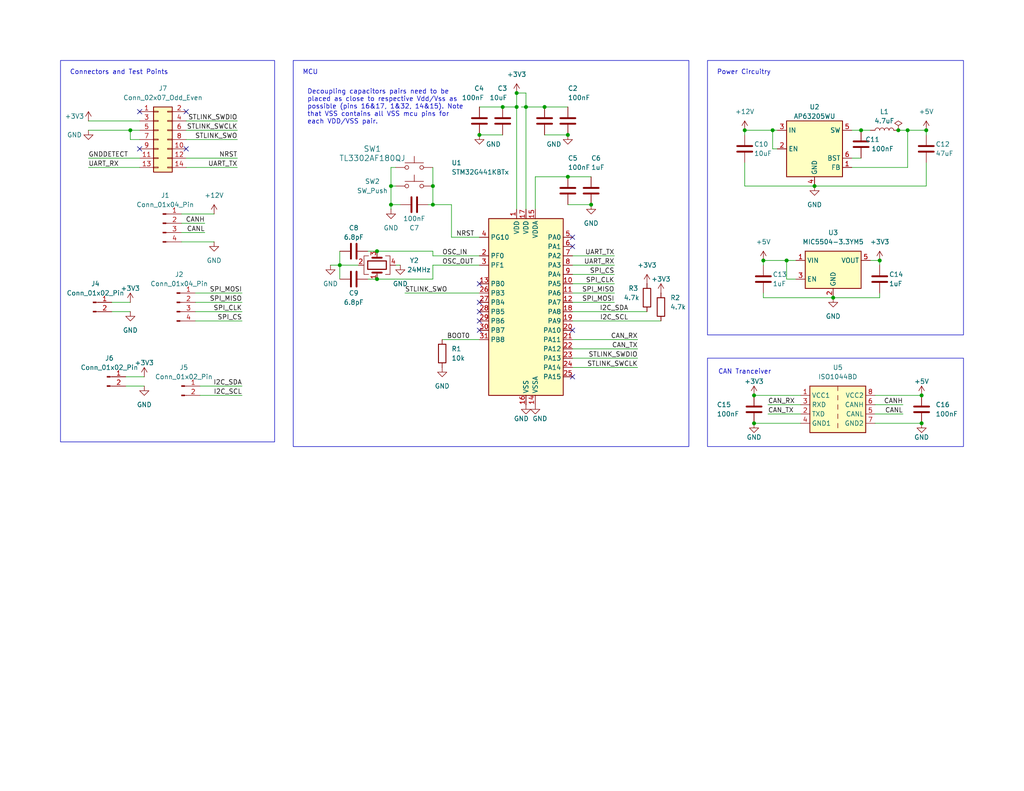
<source format=kicad_sch>
(kicad_sch (version 20250114) (generator "eeschema") (generator_version "9.0")
  (paper "A")
  (title_block (title "stm32-test") (date "2025-08-20") (rev "1.0") (company "Formula Slug"))
  (lib_symbols
    (symbol "Connector:Conn_01x02_Pin" (pin_names (offset 1.016) (hide yes))
      (property "Reference" "J" (at 0 2.54 0))
      (property "Value" "Conn_01x02_Pin" (at 0 -5.08 0))
      (symbol "Conn_01x02_Pin_1_1"
        (rectangle (start 0.8636 0.127) (end 0 -0.127) (stroke (width 0.1524)) (fill (type outline)))
        (rectangle (start 0.8636 -2.413) (end 0 -2.667) (stroke (width 0.1524)) (fill (type outline)))
        (polyline (pts (xy 1.27 0) (xy 0.8636 0)) (stroke (width 0.1524)))
        (polyline (pts (xy 1.27 -2.54) (xy 0.8636 -2.54)) (stroke (width 0.1524)))
        (pin passive line (at 5.08 0 180) (length 3.81) (name "Pin_1") (number "1"))
        (pin passive line (at 5.08 -2.54 180) (length 3.81) (name "Pin_2") (number "2"))
      )
    )
    (symbol "Connector:Conn_01x04_Pin" (pin_names (offset 1.016) (hide yes))
      (property "Reference" "J" (at 0 5.08 0))
      (property "Value" "Conn_01x04_Pin" (at 0 -7.62 0))
      (symbol "Conn_01x04_Pin_1_1"
        (rectangle (start 0.8636 2.667) (end 0 2.413) (stroke (width 0.1524)) (fill (type outline)))
        (rectangle (start 0.8636 0.127) (end 0 -0.127) (stroke (width 0.1524)) (fill (type outline)))
        (rectangle (start 0.8636 -2.413) (end 0 -2.667) (stroke (width 0.1524)) (fill (type outline)))
        (rectangle (start 0.8636 -4.953) (end 0 -5.207) (stroke (width 0.1524)) (fill (type outline)))
        (polyline (pts (xy 1.27 2.54) (xy 0.8636 2.54)) (stroke (width 0.1524)))
        (polyline (pts (xy 1.27 0) (xy 0.8636 0)) (stroke (width 0.1524)))
        (polyline (pts (xy 1.27 -2.54) (xy 0.8636 -2.54)) (stroke (width 0.1524)))
        (polyline (pts (xy 1.27 -5.08) (xy 0.8636 -5.08)) (stroke (width 0.1524)))
        (pin passive line (at 5.08 2.54 180) (length 3.81) (name "Pin_1") (number "1"))
        (pin passive line (at 5.08 0 180) (length 3.81) (name "Pin_2") (number "2"))
        (pin passive line (at 5.08 -2.54 180) (length 3.81) (name "Pin_3") (number "3"))
        (pin passive line (at 5.08 -5.08 180) (length 3.81) (name "Pin_4") (number "4"))
      )
    )
    (symbol "Connector_Generic:Conn_02x07_Odd_Even" (pin_names (offset 1.016) (hide yes))
      (property "Reference" "J" (at 1.27 10.16 0))
      (property "Value" "Conn_02x07_Odd_Even" (at 1.27 -10.16 0))
      (symbol "Conn_02x07_Odd_Even_1_1"
        (rectangle (start -1.27 8.89) (end 3.81 -8.89) (stroke (width 0.254)) (fill (type background)))
        (rectangle (start -1.27 7.747) (end 0 7.493) (stroke (width 0.1524)))
        (rectangle (start -1.27 5.207) (end 0 4.953) (stroke (width 0.1524)))
        (rectangle (start -1.27 2.667) (end 0 2.413) (stroke (width 0.1524)))
        (rectangle (start -1.27 0.127) (end 0 -0.127) (stroke (width 0.1524)))
        (rectangle (start -1.27 -2.413) (end 0 -2.667) (stroke (width 0.1524)))
        (rectangle (start -1.27 -4.953) (end 0 -5.207) (stroke (width 0.1524)))
        (rectangle (start -1.27 -7.493) (end 0 -7.747) (stroke (width 0.1524)))
        (rectangle (start 3.81 7.747) (end 2.54 7.493) (stroke (width 0.1524)))
        (rectangle (start 3.81 5.207) (end 2.54 4.953) (stroke (width 0.1524)))
        (rectangle (start 3.81 2.667) (end 2.54 2.413) (stroke (width 0.1524)))
        (rectangle (start 3.81 0.127) (end 2.54 -0.127) (stroke (width 0.1524)))
        (rectangle (start 3.81 -2.413) (end 2.54 -2.667) (stroke (width 0.1524)))
        (rectangle (start 3.81 -4.953) (end 2.54 -5.207) (stroke (width 0.1524)))
        (rectangle (start 3.81 -7.493) (end 2.54 -7.747) (stroke (width 0.1524)))
        (pin passive line (at -5.08 7.62 0) (length 3.81) (name "Pin_1") (number "1"))
        (pin passive line (at -5.08 5.08 0) (length 3.81) (name "Pin_3") (number "3"))
        (pin passive line (at -5.08 2.54 0) (length 3.81) (name "Pin_5") (number "5"))
        (pin passive line (at -5.08 0 0) (length 3.81) (name "Pin_7") (number "7"))
        (pin passive line (at -5.08 -2.54 0) (length 3.81) (name "Pin_9") (number "9"))
        (pin passive line (at -5.08 -5.08 0) (length 3.81) (name "Pin_11") (number "11"))
        (pin passive line (at -5.08 -7.62 0) (length 3.81) (name "Pin_13") (number "13"))
        (pin passive line (at 7.62 7.62 180) (length 3.81) (name "Pin_2") (number "2"))
        (pin passive line (at 7.62 5.08 180) (length 3.81) (name "Pin_4") (number "4"))
        (pin passive line (at 7.62 2.54 180) (length 3.81) (name "Pin_6") (number "6"))
        (pin passive line (at 7.62 0 180) (length 3.81) (name "Pin_8") (number "8"))
        (pin passive line (at 7.62 -2.54 180) (length 3.81) (name "Pin_10") (number "10"))
        (pin passive line (at 7.62 -5.08 180) (length 3.81) (name "Pin_12") (number "12"))
        (pin passive line (at 7.62 -7.62 180) (length 3.81) (name "Pin_14") (number "14"))
      )
    )
    (symbol "Device:C" (pin_numbers (hide yes)) (pin_names (offset 0.254))
      (property "Reference" "C" (at 0.635 2.54 0))
      (property "Value" "C" (at 0.635 -2.54 0))
      (symbol "C_0_1"
        (polyline (pts (xy -2.032 0.762) (xy 2.032 0.762)) (stroke (width 0.508)))
        (polyline (pts (xy -2.032 -0.762) (xy 2.032 -0.762)) (stroke (width 0.508)))
      )
      (symbol "C_1_1"
        (pin passive line (at 0 3.81 270) (length 2.794) (name "~") (number "1"))
        (pin passive line (at 0 -3.81 90) (length 2.794) (name "~") (number "2"))
      )
    )
    (symbol "Device:Crystal_GND24" (pin_names (offset 1.016) (hide yes))
      (property "Reference" "Y" (at 3.175 5.08 0))
      (property "Value" "Crystal_GND24" (at 3.175 3.175 0))
      (symbol "Crystal_GND24_0_1"
        (polyline (pts (xy -2.54 2.286) (xy -2.54 3.556) (xy 2.54 3.556) (xy 2.54 2.286)))
        (polyline (pts (xy -2.54 0) (xy -2.032 0)))
        (polyline (pts (xy -2.54 -2.286) (xy -2.54 -3.556) (xy 2.54 -3.556) (xy 2.54 -2.286)))
        (polyline (pts (xy -2.032 -1.27) (xy -2.032 1.27)) (stroke (width 0.508)))
        (rectangle (start -1.143 2.54) (end 1.143 -2.54) (stroke (width 0.3048)))
        (polyline (pts (xy 0 3.556) (xy 0 3.81)))
        (polyline (pts (xy 0 -3.81) (xy 0 -3.556)))
        (polyline (pts (xy 2.032 0) (xy 2.54 0)))
        (polyline (pts (xy 2.032 -1.27) (xy 2.032 1.27)) (stroke (width 0.508)))
      )
      (symbol "Crystal_GND24_1_1"
        (pin passive line (at -3.81 0 0) (length 1.27) (name "1") (number "1"))
        (pin passive line (at 0 5.08 270) (length 1.27) (name "2") (number "2"))
        (pin passive line (at 0 -5.08 90) (length 1.27) (name "4") (number "4"))
        (pin passive line (at 3.81 0 180) (length 1.27) (name "3") (number "3"))
      )
    )
    (symbol "Device:L" (pin_numbers (hide yes)) (pin_names (offset 1.016) (hide yes))
      (property "Reference" "L" (at -1.27 0 90))
      (property "Value" "L" (at 1.905 0 90))
      (symbol "L_0_1"
        (arc (start 0 2.54) (mid 0.6323 1.905) (end 0 1.27))
        (arc (start 0 1.27) (mid 0.6323 0.635) (end 0 0))
        (arc (start 0 0) (mid 0.6323 -0.635) (end 0 -1.27))
        (arc (start 0 -1.27) (mid 0.6323 -1.905) (end 0 -2.54))
      )
      (symbol "L_1_1"
        (pin passive line (at 0 3.81 270) (length 1.27) (name "1") (number "1"))
        (pin passive line (at 0 -3.81 90) (length 1.27) (name "2") (number "2"))
      )
    )
    (symbol "Device:R" (pin_numbers (hide yes)) (pin_names (offset 0))
      (property "Reference" "R" (at 2.032 0 90))
      (property "Value" "R" (at 0 0 90))
      (symbol "R_0_1"
        (rectangle (start -1.016 -2.54) (end 1.016 2.54) (stroke (width 0.254)))
      )
      (symbol "R_1_1"
        (pin passive line (at 0 3.81 270) (length 1.27) (name "~") (number "1"))
        (pin passive line (at 0 -3.81 90) (length 1.27) (name "~") (number "2"))
      )
    )
    (symbol "Interface_CAN_LIN:ISO1044BD"
      (property "Reference" "U" (at -6.35 6.35 0))
      (property "Value" "ISO1044BD" (at 2.54 6.35 0))
      (symbol "ISO1044BD_0_1"
        (rectangle (start -7.62 5.08) (end 7.62 -7.62) (stroke (width 0.254)) (fill (type background)))
        (polyline (pts (xy 0 5.08) (xy 0 3.81)))
        (polyline (pts (xy 0 2.54) (xy 0 1.27)))
        (polyline (pts (xy 0 0) (xy 0 -1.27)))
        (polyline (pts (xy 0 -2.54) (xy 0 -3.81)))
        (polyline (pts (xy 0 -5.08) (xy 0 -6.35)))
      )
      (symbol "ISO1044BD_1_1"
        (pin power_in line (at -10.16 2.54 0) (length 2.54) (name "VCC1") (number "1"))
        (pin output line (at -10.16 0 0) (length 2.54) (name "RXD") (number "3"))
        (pin input line (at -10.16 -2.54 0) (length 2.54) (name "TXD") (number "2"))
        (pin power_in line (at -10.16 -5.08 0) (length 2.54) (name "GND1") (number "4"))
        (pin power_in line (at 10.16 2.54 180) (length 2.54) (name "VCC2") (number "8"))
        (pin bidirectional line (at 10.16 0 180) (length 2.54) (name "CANH") (number "6"))
        (pin bidirectional line (at 10.16 -2.54 180) (length 2.54) (name "CANL") (number "5"))
        (pin power_in line (at 10.16 -5.08 180) (length 2.54) (name "GND2") (number "7"))
      )
    )
    (symbol "MCU_ST_STM32G4:STM32G441KBTx"
      (property "Reference" "U" (at -10.16 26.67 0))
      (property "Value" "STM32G441KBTx" (at 5.08 26.67 0))
      (symbol "STM32G441KBTx_0_1"
        (rectangle (start -10.16 -22.86) (end 10.16 25.4) (stroke (width 0.254)) (fill (type background)))
      )
      (symbol "STM32G441KBTx_1_1"
        (pin bidirectional line (at -12.7 20.32 0) (length 2.54) (name "PG10") (number "4"))
        (pin bidirectional line (at -12.7 15.24 0) (length 2.54) (name "PF0") (number "2"))
        (pin bidirectional line (at -12.7 12.7 0) (length 2.54) (name "PF1") (number "3"))
        (pin bidirectional line (at -12.7 7.62 0) (length 2.54) (name "PB0") (number "13"))
        (pin bidirectional line (at -12.7 5.08 0) (length 2.54) (name "PB3") (number "26"))
        (pin bidirectional line (at -12.7 2.54 0) (length 2.54) (name "PB4") (number "27"))
        (pin bidirectional line (at -12.7 0 0) (length 2.54) (name "PB5") (number "28"))
        (pin bidirectional line (at -12.7 -2.54 0) (length 2.54) (name "PB6") (number "29"))
        (pin bidirectional line (at -12.7 -5.08 0) (length 2.54) (name "PB7") (number "30"))
        (pin bidirectional line (at -12.7 -7.62 0) (length 2.54) (name "PB8") (number "31"))
        (pin power_in line (at -2.54 27.94 270) (length 2.54) (name "VDD") (number "1"))
        (pin power_in line (at 0 27.94 270) (length 2.54) (name "VDD") (number "17"))
        (pin power_in line (at 0 -25.4 90) (length 2.54) (name "VSS") (number "16"))
        (pin passive line (at 0 -25.4 90) (length 2.54) (hide yes) (name "VSS") (number "32"))
        (pin power_in line (at 2.54 27.94 270) (length 2.54) (name "VDDA") (number "15"))
        (pin power_in line (at 2.54 -25.4 90) (length 2.54) (name "VSSA") (number "14"))
        (pin bidirectional line (at 12.7 20.32 180) (length 2.54) (name "PA0") (number "5"))
        (pin bidirectional line (at 12.7 17.78 180) (length 2.54) (name "PA1") (number "6"))
        (pin bidirectional line (at 12.7 15.24 180) (length 2.54) (name "PA2") (number "7"))
        (pin bidirectional line (at 12.7 12.7 180) (length 2.54) (name "PA3") (number "8"))
        (pin bidirectional line (at 12.7 10.16 180) (length 2.54) (name "PA4") (number "9"))
        (pin bidirectional line (at 12.7 7.62 180) (length 2.54) (name "PA5") (number "10"))
        (pin bidirectional line (at 12.7 5.08 180) (length 2.54) (name "PA6") (number "11"))
        (pin bidirectional line (at 12.7 2.54 180) (length 2.54) (name "PA7") (number "12"))
        (pin bidirectional line (at 12.7 0 180) (length 2.54) (name "PA8") (number "18"))
        (pin bidirectional line (at 12.7 -2.54 180) (length 2.54) (name "PA9") (number "19"))
        (pin bidirectional line (at 12.7 -5.08 180) (length 2.54) (name "PA10") (number "20"))
        (pin bidirectional line (at 12.7 -7.62 180) (length 2.54) (name "PA11") (number "21"))
        (pin bidirectional line (at 12.7 -10.16 180) (length 2.54) (name "PA12") (number "22"))
        (pin bidirectional line (at 12.7 -12.7 180) (length 2.54) (name "PA13") (number "23"))
        (pin bidirectional line (at 12.7 -15.24 180) (length 2.54) (name "PA14") (number "24"))
        (pin bidirectional line (at 12.7 -17.78 180) (length 2.54) (name "PA15") (number "25"))
      )
    )
    (symbol "Regulator_Linear:MIC5504-3.3YM5"
      (property "Reference" "U" (at -7.62 8.89 0))
      (property "Value" "MIC5504-3.3YM5" (at -7.62 6.35 0))
      (symbol "MIC5504-3.3YM5_0_1"
        (rectangle (start -7.62 -5.08) (end 7.62 5.08) (stroke (width 0.254)) (fill (type background)))
      )
      (symbol "MIC5504-3.3YM5_1_1"
        (pin power_in line (at -10.16 2.54 0) (length 2.54) (name "VIN") (number "1"))
        (pin input line (at -10.16 -2.54 0) (length 2.54) (name "EN") (number "3"))
        (pin power_in line (at 0 -7.62 90) (length 2.54) (name "GND") (number "2"))
        (pin no_connect line (at 7.62 -2.54 180) (length 2.54) (hide yes) (name "NC") (number "4"))
        (pin power_out line (at 10.16 2.54 180) (length 2.54) (name "VOUT") (number "5"))
      )
    )
    (symbol "Regulator_Switching:AP63205WU"
      (property "Reference" "U1" (at 0 13.97 0))
      (property "Value" "AP63205WU" (at 0 11.43 0))
      (symbol "AP63205WU_0_1"
        (rectangle (start -7.62 10.16) (end 7.62 -5.08) (stroke (width 0.254)) (fill (type background)))
      )
      (symbol "AP63205WU_1_1"
        (pin power_in line (at -10.16 7.62 0) (length 2.54) (name "IN") (number "3"))
        (pin input line (at -10.16 2.54 0) (length 2.54) (name "EN") (number "2"))
        (pin power_in line (at 0 -7.62 90) (length 2.54) (name "GND") (number "4"))
        (pin output line (at 10.16 7.62 180) (length 2.54) (name "SW") (number "5"))
        (pin passive line (at 10.16 0 180) (length 2.54) (name "BST") (number "6"))
        (pin input line (at 10.16 -2.54 180) (length 2.54) (name "FB") (number "1"))
      )
    )
    (symbol "Switch:SW_Push" (pin_numbers (hide yes)) (pin_names (offset 1.016) (hide yes))
      (property "Reference" "SW" (at 1.27 2.54 0))
      (property "Value" "SW_Push" (at 0 -1.524 0))
      (symbol "SW_Push_0_1"
        (circle (center -2.032 0) (radius 0.508))
        (polyline (pts (xy 0 1.27) (xy 0 3.048)))
        (circle (center 2.032 0) (radius 0.508))
        (polyline (pts (xy 2.54 1.27) (xy -2.54 1.27)))
        (pin passive line (at -5.08 0 0) (length 2.54) (name "1") (number "1"))
        (pin passive line (at 5.08 0 180) (length 2.54) (name "2") (number "2"))
      )
    )
    (symbol "fs_4_schematic_library:TL3302AF180QJ" (pin_numbers (hide yes)) (pin_names (offset 0.254) (hide yes))
      (property "Reference" "SW" (at 7.62 3.81 0))
      (property "Value" "TL3302AF180QJ" (at 5.334 7.366 0))
      (symbol "TL3302AF180QJ_0_1"
        (circle (center 5.588 -1.27) (radius 0.508))
        (polyline (pts (xy 7.62 0) (xy 7.62 1.778)))
        (circle (center 9.652 -1.27) (radius 0.508))
        (polyline (pts (xy 10.16 0) (xy 5.08 0)))
        (pin passive line (at 12.7 -1.27 180) (length 2.54) (name "2") (number "2"))
      )
      (symbol "TL3302AF180QJ_1_1"
        (pin passive line (at 2.54 -1.27 0) (length 2.54) (name "1") (number "1"))
      )
    )
    (symbol "power:+12V" (power) (pin_numbers (hide yes)) (pin_names (offset 0) (hide yes))
      (property "Value" "+12V" (at 0 3.556 0))
      (symbol "+12V_0_1"
        (polyline (pts (xy -0.762 1.27) (xy 0 2.54)))
        (polyline (pts (xy 0 2.54) (xy 0.762 1.27)))
        (polyline (pts (xy 0 0) (xy 0 2.54)))
      )
      (symbol "+12V_1_1"
        (pin power_in line (at 0 0 90) (length 0) (name "~") (number "1"))
      )
    )
    (symbol "power:+3V3" (power) (pin_numbers (hide yes)) (pin_names (offset 0) (hide yes))
      (property "Value" "+3V3" (at 0 3.556 0))
      (symbol "+3V3_0_1"
        (polyline (pts (xy -0.762 1.27) (xy 0 2.54)))
        (polyline (pts (xy 0 2.54) (xy 0.762 1.27)))
        (polyline (pts (xy 0 0) (xy 0 2.54)))
      )
      (symbol "+3V3_1_1"
        (pin power_in line (at 0 0 90) (length 0) (name "~") (number "1"))
      )
    )
    (symbol "power:+5V" (power) (pin_numbers (hide yes)) (pin_names (offset 0) (hide yes))
      (property "Value" "+5V" (at 0 3.556 0))
      (symbol "+5V_0_1"
        (polyline (pts (xy -0.762 1.27) (xy 0 2.54)))
        (polyline (pts (xy 0 2.54) (xy 0.762 1.27)))
        (polyline (pts (xy 0 0) (xy 0 2.54)))
      )
      (symbol "+5V_1_1"
        (pin power_in line (at 0 0 90) (length 0) (name "~") (number "1"))
      )
    )
    (symbol "power:GND" (power) (pin_numbers (hide yes)) (pin_names (offset 0) (hide yes))
      (property "Value" "GND" (at 0 -3.81 0))
      (symbol "GND_0_1"
        (polyline (pts (xy 0 0) (xy 0 -1.27) (xy 1.27 -1.27) (xy 0 -2.54) (xy -1.27 -1.27) (xy 0 -1.27)))
      )
      (symbol "GND_1_1"
        (pin power_in line (at 0 0 270) (length 0) (name "~") (number "1"))
      )
    )
    (symbol "power:PWR_FLAG" (power) (pin_numbers (hide yes)) (pin_names (offset 0) (hide yes))
      (property "Value" "PWR_FLAG" (at 0 3.81 0))
      (symbol "PWR_FLAG_0_0"
        (pin power_out line (at 0 0 90) (length 0) (name "~") (number "1"))
      )
      (symbol "PWR_FLAG_0_1"
        (polyline (pts (xy 0 0) (xy 0 1.27) (xy -1.016 1.905) (xy 0 2.54) (xy 1.016 1.905) (xy 0 1.27)))
      )
    )
  )
  (rectangle (start 16.51 16.51) (end 74.93 120.65))
  (rectangle (start 80.01 16.51) (end 187.96 121.92))
  (rectangle (start 193.04 97.79) (end 262.89 121.92))
  (rectangle (start 193.04 16.51) (end 262.89 91.44))
  (text "Decoupling capacitors pairs need to be\nplaced as close to respective Vdd/Vss as\npossible (pins 16&17, 1&32, 14&15). Note\nthat VSS contains all VSS mcu pins for\neach VDD/VSS pair." (at 83.82 29.21 0) (effects (font (size 1.27 1.27)) (justify left)))
  (text "Power Circuitry" (at 195.58 19.05 0) (effects (font (size 1.27 1.27)) (justify left top)))
  (text "CAN Tranceiver" (at 203.2 101.6 0) (effects (font (size 1.27 1.27))))
  (text "MCU" (at 82.55 19.05 0) (effects (font (size 1.27 1.27)) (justify left top)))
  (text "Connectors and Test Points\n" (at 19.05 19.05 0) (effects (font (size 1.27 1.27)) (justify left top)))
  (junction (at 245.11 35.56))
  (junction (at 102.87 76.2))
  (junction (at 154.94 48.26))
  (junction (at 140.97 29.21))
  (junction (at 234.95 35.56))
  (junction (at 154.94 36.83))
  (junction (at 102.87 68.58))
  (junction (at 35.56 35.56))
  (junction (at 143.51 29.21))
  (junction (at 208.28 71.12))
  (junction (at 106.68 55.88))
  (junction (at 214.63 71.12))
  (junction (at 106.68 50.8))
  (junction (at 118.11 55.88))
  (junction (at 92.71 72.39))
  (junction (at 227.33 81.28))
  (junction (at 148.59 29.21))
  (junction (at 203.2 35.56))
  (junction (at 140.97 25.4))
  (junction (at 205.74 115.57))
  (junction (at 251.46 115.57))
  (junction (at 240.03 71.12))
  (junction (at 205.74 107.95))
  (junction (at 252.73 35.56))
  (junction (at 161.29 55.88))
  (junction (at 118.11 50.8))
  (junction (at 210.82 35.56))
  (junction (at 137.16 29.21))
  (junction (at 251.46 107.95))
  (junction (at 222.25 50.8))
  (junction (at 130.81 36.83))
  (junction (at 247.65 35.56))
  (no_connect (at 130.81 90.17))
  (no_connect (at 50.8 30.48))
  (no_connect (at 156.21 64.77))
  (no_connect (at 156.21 90.17))
  (no_connect (at 38.1 30.48))
  (no_connect (at 130.81 87.63))
  (no_connect (at 38.1 40.64))
  (no_connect (at 130.81 77.47))
  (no_connect (at 50.8 40.64))
  (no_connect (at 130.81 85.09))
  (no_connect (at 130.81 82.55))
  (no_connect (at 156.21 102.87))
  (no_connect (at 156.21 67.31))
  (wire (pts (xy 209.55 113.03) (xy 218.44 113.03)))
  (wire (pts (xy 123.19 64.77) (xy 130.81 64.77)))
  (wire (pts (xy 64.77 35.56) (xy 50.8 35.56)))
  (wire (pts (xy 38.1 38.1) (xy 35.56 38.1)))
  (wire (pts (xy 247.65 35.56) (xy 252.73 35.56)))
  (wire (pts (xy 118.11 45.72) (xy 118.11 50.8)))
  (wire (pts (xy 156.21 82.55) (xy 167.64 82.55)))
  (wire (pts (xy 118.11 69.85) (xy 130.81 69.85)))
  (wire (pts (xy 208.28 80.01) (xy 208.28 81.28)))
  (wire (pts (xy 100.33 76.2) (xy 102.87 76.2)))
  (wire (pts (xy 106.68 50.8) (xy 106.68 55.88)))
  (wire (pts (xy 156.21 95.25) (xy 173.99 95.25)))
  (wire (pts (xy 30.48 82.55) (xy 35.56 82.55)))
  (wire (pts (xy 208.28 71.12) (xy 208.28 72.39)))
  (wire (pts (xy 54.61 105.41) (xy 66.04 105.41)))
  (wire (pts (xy 203.2 44.45) (xy 203.2 50.8)))
  (wire (pts (xy 240.03 72.39) (xy 240.03 71.12)))
  (wire (pts (xy 156.21 74.93) (xy 167.64 74.93)))
  (wire (pts (xy 38.1 45.72) (xy 24.13 45.72)))
  (wire (pts (xy 34.29 105.41) (xy 39.37 105.41)))
  (wire (pts (xy 92.71 72.39) (xy 92.71 76.2)))
  (wire (pts (xy 50.8 43.18) (xy 64.77 43.18)))
  (wire (pts (xy 245.11 35.56) (xy 247.65 35.56)))
  (wire (pts (xy 53.34 85.09) (xy 66.04 85.09)))
  (wire (pts (xy 142.24 29.21) (xy 143.51 29.21)))
  (wire (pts (xy 252.73 36.83) (xy 252.73 35.56)))
  (wire (pts (xy 205.74 107.95) (xy 218.44 107.95)))
  (wire (pts (xy 106.68 57.15) (xy 106.68 55.88)))
  (wire (pts (xy 238.76 107.95) (xy 251.46 107.95)))
  (wire (pts (xy 154.94 55.88) (xy 161.29 55.88)))
  (wire (pts (xy 50.8 38.1) (xy 64.77 38.1)))
  (wire (pts (xy 143.51 29.21) (xy 148.59 29.21)))
  (wire (pts (xy 35.56 35.56) (xy 38.1 35.56)))
  (wire (pts (xy 156.21 85.09) (xy 176.53 85.09)))
  (wire (pts (xy 137.16 29.21) (xy 140.97 29.21)))
  (wire (pts (xy 92.71 68.58) (xy 92.71 72.39)))
  (wire (pts (xy 118.11 72.39) (xy 130.81 72.39)))
  (wire (pts (xy 234.95 35.56) (xy 237.49 35.56)))
  (wire (pts (xy 106.68 45.72) (xy 106.68 50.8)))
  (wire (pts (xy 148.59 36.83) (xy 154.94 36.83)))
  (wire (pts (xy 106.68 55.88) (xy 109.22 55.88)))
  (wire (pts (xy 156.21 80.01) (xy 167.64 80.01)))
  (wire (pts (xy 140.97 25.4) (xy 140.97 29.21)))
  (wire (pts (xy 118.11 68.58) (xy 118.11 69.85)))
  (wire (pts (xy 156.21 87.63) (xy 180.34 87.63)))
  (wire (pts (xy 116.84 55.88) (xy 118.11 55.88)))
  (wire (pts (xy 92.71 72.39) (xy 97.79 72.39)))
  (wire (pts (xy 100.33 68.58) (xy 102.87 68.58)))
  (wire (pts (xy 240.03 80.01) (xy 240.03 81.28)))
  (wire (pts (xy 106.68 50.8) (xy 107.95 50.8)))
  (wire (pts (xy 156.21 77.47) (xy 167.64 77.47)))
  (wire (pts (xy 102.87 76.2) (xy 118.11 76.2)))
  (wire (pts (xy 247.65 45.72) (xy 232.41 45.72)))
  (wire (pts (xy 205.74 115.57) (xy 218.44 115.57)))
  (wire (pts (xy 156.21 69.85) (xy 167.64 69.85)))
  (wire (pts (xy 24.13 43.18) (xy 38.1 43.18)))
  (wire (pts (xy 54.61 107.95) (xy 66.04 107.95)))
  (wire (pts (xy 30.48 85.09) (xy 35.56 85.09)))
  (wire (pts (xy 137.16 29.21) (xy 130.81 29.21)))
  (wire (pts (xy 107.95 72.39) (xy 109.22 72.39)))
  (wire (pts (xy 238.76 113.03) (xy 246.38 113.03)))
  (wire (pts (xy 58.42 58.42) (xy 49.53 58.42)))
  (wire (pts (xy 53.34 80.01) (xy 66.04 80.01)))
  (wire (pts (xy 210.82 35.56) (xy 210.82 40.64)))
  (wire (pts (xy 208.28 81.28) (xy 227.33 81.28)))
  (wire (pts (xy 154.94 48.26) (xy 161.29 48.26)))
  (wire (pts (xy 140.97 29.21) (xy 140.97 57.15)))
  (wire (pts (xy 143.51 25.4) (xy 143.51 29.21)))
  (wire (pts (xy 118.11 76.2) (xy 118.11 72.39)))
  (wire (pts (xy 55.88 60.96) (xy 49.53 60.96)))
  (wire (pts (xy 34.29 102.87) (xy 39.37 102.87)))
  (wire (pts (xy 222.25 50.8) (xy 252.73 50.8)))
  (wire (pts (xy 123.19 64.77) (xy 123.19 55.88)))
  (wire (pts (xy 156.21 97.79) (xy 173.99 97.79)))
  (wire (pts (xy 217.17 71.12) (xy 214.63 71.12)))
  (wire (pts (xy 252.73 44.45) (xy 252.73 50.8)))
  (wire (pts (xy 214.63 76.2) (xy 214.63 71.12)))
  (wire (pts (xy 50.8 33.02) (xy 64.77 33.02)))
  (wire (pts (xy 55.88 63.5) (xy 49.53 63.5)))
  (wire (pts (xy 24.13 35.56) (xy 35.56 35.56)))
  (wire (pts (xy 240.03 71.12) (xy 237.49 71.12)))
  (wire (pts (xy 148.59 29.21) (xy 154.94 29.21)))
  (wire (pts (xy 234.95 43.18) (xy 232.41 43.18)))
  (wire (pts (xy 238.76 115.57) (xy 251.46 115.57)))
  (wire (pts (xy 102.87 68.58) (xy 118.11 68.58)))
  (wire (pts (xy 90.17 72.39) (xy 92.71 72.39)))
  (wire (pts (xy 110.49 80.01) (xy 130.81 80.01)))
  (wire (pts (xy 217.17 76.2) (xy 214.63 76.2)))
  (wire (pts (xy 203.2 50.8) (xy 222.25 50.8)))
  (wire (pts (xy 35.56 38.1) (xy 35.56 35.56)))
  (wire (pts (xy 50.8 45.72) (xy 64.77 45.72)))
  (wire (pts (xy 240.03 81.28) (xy 227.33 81.28)))
  (wire (pts (xy 238.76 110.49) (xy 246.38 110.49)))
  (wire (pts (xy 53.34 87.63) (xy 66.04 87.63)))
  (wire (pts (xy 203.2 35.56) (xy 210.82 35.56)))
  (wire (pts (xy 232.41 35.56) (xy 234.95 35.56)))
  (wire (pts (xy 146.05 48.26) (xy 146.05 57.15)))
  (wire (pts (xy 156.21 92.71) (xy 173.99 92.71)))
  (wire (pts (xy 120.65 92.71) (xy 130.81 92.71)))
  (wire (pts (xy 156.21 100.33) (xy 173.99 100.33)))
  (wire (pts (xy 118.11 50.8) (xy 118.11 55.88)))
  (wire (pts (xy 203.2 35.56) (xy 203.2 36.83)))
  (wire (pts (xy 53.34 82.55) (xy 66.04 82.55)))
  (wire (pts (xy 146.05 48.26) (xy 154.94 48.26)))
  (wire (pts (xy 209.55 110.49) (xy 218.44 110.49)))
  (wire (pts (xy 49.53 66.04) (xy 58.42 66.04)))
  (wire (pts (xy 210.82 35.56) (xy 212.09 35.56)))
  (wire (pts (xy 137.16 36.83) (xy 130.81 36.83)))
  (wire (pts (xy 210.82 40.64) (xy 212.09 40.64)))
  (wire (pts (xy 247.65 35.56) (xy 247.65 45.72)))
  (wire (pts (xy 143.51 29.21) (xy 143.51 57.15)))
  (wire (pts (xy 208.28 71.12) (xy 214.63 71.12)))
  (wire (pts (xy 156.21 72.39) (xy 167.64 72.39)))
  (wire (pts (xy 123.19 55.88) (xy 118.11 55.88)))
  (wire (pts (xy 24.13 33.02) (xy 38.1 33.02)))
  (wire (pts (xy 107.95 45.72) (xy 106.68 45.72)))
  (wire (pts (xy 140.97 25.4) (xy 143.51 25.4)))
  (label "OSC_OUT" (at 120.65 72.39 0))
  (label "CAN_RX" (at 173.99 92.71 180))
  (label "NRST" (at 124.46 64.77 0))
  (label "NRST" (at 64.77 43.18 180))
  (label "SPI_CS" (at 167.64 74.93 180))
  (label "CANH" (at 246.38 110.49 180))
  (label "CAN_TX" (at 173.99 95.25 180))
  (label "CANL" (at 55.88 63.5 180))
  (label "I2C_SDA" (at 66.04 105.41 180))
  (label "STLINK_SWDIO" (at 64.77 33.02 180))
  (label "CAN_TX" (at 209.55 113.03 0))
  (label "UART_RX" (at 24.13 45.72 0))
  (label "I2C_SCL" (at 66.04 107.95 180))
  (label "UART_RX" (at 167.64 72.39 180))
  (label "SPI_MISO" (at 66.04 82.55 180))
  (label "I2C_SCL" (at 171.45 87.63 180))
  (label "OSC_IN" (at 120.65 69.85 0))
  (label "SPI_MOSI" (at 66.04 80.01 180))
  (label "SPI_CLK" (at 167.64 77.47 180))
  (label "STLINK_SWCLK" (at 64.77 35.56 180))
  (label "STLINK_SWCLK" (at 173.99 100.33 180))
  (label "SPI_CS" (at 66.04 87.63 180))
  (label "I2C_SDA" (at 171.45 85.09 180))
  (label "CAN_RX" (at 209.55 110.49 0))
  (label "STLINK_SWDIO" (at 173.99 97.79 180))
  (label "SPI_MISO" (at 167.64 80.01 180))
  (label "BOOT0" (at 121.92 92.71 0))
  (label "STLINK_SWO" (at 64.77 38.1 180))
  (label "UART_TX" (at 64.77 45.72 180))
  (label "SPI_MOSI" (at 167.64 82.55 180))
  (label "UART_TX" (at 167.64 69.85 180))
  (label "STLINK_SWO" (at 110.49 80.01 0))
  (label "SPI_CLK" (at 66.04 85.09 180))
  (label "CANH" (at 55.88 60.96 180))
  (label "CANL" (at 246.38 113.03 180))
  (label "GNDDETECT" (at 24.13 43.18 0))
  (symbol (lib_id "power:PWR_FLAG") (at 245.11 35.56 0) (unit 1)
    (property "Reference" "#FLG0101" (effects (hide yes)))
    (property "Value" "PWR_FLAG" (effects (hide yes)))
    (property "Description" "Special symbol for telling ERC where power comes from" (effects (hide yes)))
  )
  (symbol (lib_id "power:GND") (at 106.68 57.15 0) (unit 1)
    (property "Reference" "#PWR010" (effects (hide yes)))
    (property "Value" "GND" (at 106.68 62.23 0))
    (property "Description" "Power symbol creates a global label with name \"GND\" , ground" (effects (hide yes)))
  )
  (symbol (lib_id "Device:Crystal_GND24") (at 102.87 72.39 90) (unit 1)
    (property "Reference" "Y2" (at 113.03 71.12 90))
    (property "Value" "24MHz" (at 114.3 73.66 90))
    (property "Footprint" "Crystal:Crystal_SMD_2016-4Pin_2.0x1.6mm" (effects (hide yes)))
    (property "Datasheet" "https://ecsxtal.com/store/pdf/ECX-1637B.pdf" (effects (hide yes)))
    (property "Description" "Four pin crystal, GND on pins 2 and 4" (effects (hide yes)))
    (property "Digi PN" "XC3063CT-ND" (effects (hide yes)))
    (property "MFG" "ECS" (effects (hide yes)))
    (property "MFG PN" "ECS-240-8-37B-CKY-TR" (effects (hide yes)))
  )
  (symbol (lib_id "MCU_ST_STM32G4:STM32G441KBTx") (at 143.51 85.09 0) (unit 1)
    (property "Reference" "U1" (at 123.19 44.45 0) (effects (justify left)))
    (property "Value" "STM32G441KBTx" (at 123.19 46.99 0) (effects (justify left)))
    (property "Footprint" "Package_QFP:LQFP-32_7x7mm_P0.8mm" (effects (hide yes)))
    (property "Datasheet" "https://www.st.com/resource/en/datasheet/stm32g441kb.pdf" (effects (hide yes)))
    (property "Description" "STMicroelectronics Arm Cortex-M4 MCU, 128KB flash, 32KB RAM, 170 MHz, 1.71-3.6V, 26 GPIO, LQFP32" (effects (hide yes)))
    (property "Digi PN" "497-STM32G441KBT6-ND" (effects (hide yes)))
    (property "MFG" "STM" (effects (hide yes)))
    (property "MFG PN" "STM32G441KBT6" (effects (hide yes)))
  )
  (symbol (lib_id "power:+3V3") (at 24.13 33.02 0) (unit 1)
    (property "Reference" "#PWR011" (effects (hide yes)))
    (property "Value" "+3V3" (at 20.32 31.75 0))
    (property "Description" "Power symbol creates a global label with name \"+3V3\"" (effects (hide yes)))
  )
  (symbol (lib_id "power:GND") (at 58.42 66.04 0) (unit 1)
    (property "Reference" "#PWR02" (effects (hide yes)))
    (property "Value" "GND" (at 58.42 71.12 0))
    (property "Description" "Power symbol creates a global label with name \"GND\" , ground" (effects (hide yes)))
  )
  (symbol (lib_id "power:GND") (at 205.74 115.57 0) (unit 1)
    (property "Reference" "#PWR012" (effects (hide yes)))
    (property "Value" "GND" (at 205.74 119.38 0))
    (property "Description" "Power symbol creates a global label with name \"GND\" , ground" (effects (hide yes)))
  )
  (symbol (lib_id "fs_4_schematic_library:TL3302AF180QJ") (at 105.41 44.45 0) (unit 1)
    (property "Reference" "SW1" (at 101.6 40.64 0) (effects (font (size 1.524 1.524))))
    (property "Value" "TL3302AF180QJ" (at 101.6 43.18 0) (effects (font (size 1.524 1.524))))
    (property "Footprint" "FS_4_FOOTPRINTS_LIBRARY:SW_TL3302AF180QJ_EWI-L" (effects (hide yes)))
    (property "Datasheet" "https://configured-product-images.s3.amazonaws.com/Datasheets/TL3302.pdf" (effects (hide yes)))
    (property "Digi PN" "EG4576CT-ND" (effects (hide yes)))
    (property "MFG" "E-Switch" (effects (hide yes)))
    (property "MFG PN" "TL3302AF180QJ" (effects (hide yes)))
  )
  (symbol (lib_id "Device:C") (at 154.94 33.02 0) (unit 1)
    (property "Reference" "C2" (at 154.94 24.13 0) (effects (justify left)))
    (property "Value" "100nF" (at 154.94 26.67 0) (effects (justify left)))
    (property "Footprint" "Capacitor_SMD:C_0805_2012Metric_Pad1.18x1.45mm_HandSolder" (effects (hide yes)))
    (property "Datasheet" "https://www.yageo.com/upload/media/product/productsearch/datasheet/mlcc/UPY-GPHC_X7R_6.3V-to-250V_24.pdf" (effects (hide yes)))
    (property "Description" "Unpolarized capacitor" (effects (hide yes)))
    (property "Digi PN" "311-1140-1-ND" (effects (hide yes)))
    (property "MFG" "Yageo" (effects (hide yes)))
    (property "MFG PN" "CC0805KRX7R9BB104" (effects (hide yes)))
  )
  (symbol (lib_id "Device:C") (at 252.73 40.64 180) (unit 1)
    (property "Reference" "C12" (at 255.27 39.37 0) (effects (justify right)))
    (property "Value" "47uF" (at 255.27 41.91 0) (effects (justify right)))
    (property "Footprint" "Capacitor_SMD:C_0805_2012Metric_Pad1.18x1.45mm_HandSolder" (effects (hide yes)))
    (property "Datasheet" "https://mm.digikey.com/Volume0/opasdata/d220001/medias/docus/658/CL21A476MQYNNNE_Spec.pdf" (effects (hide yes)))
    (property "Description" "Unpolarized capacitor" (effects (hide yes)))
    (property "Digi PN" "1276-1852-1-ND" (effects (hide yes)))
    (property "MFG" "Samsung Electro-Mechanics" (effects (hide yes)))
    (property "MFG PN" "CL21A476MQYNNNE" (effects (hide yes)))
  )
  (symbol (lib_id "power:+3V3") (at 140.97 25.4 0) (unit 1)
    (property "Reference" "#PWR06" (effects (hide yes)))
    (property "Value" "+3V3" (at 140.97 20.32 0))
    (property "Description" "Power symbol creates a global label with name \"+3V3\"" (effects (hide yes)))
  )
  (symbol (lib_id "power:+3V3") (at 180.34 80.01 0) (unit 1)
    (property "Reference" "#PWR015" (effects (hide yes)))
    (property "Value" "+3V3" (at 180.34 76.2 0))
    (property "Description" "Power symbol creates a global label with name \"+3V3\"" (effects (hide yes)))
  )
  (symbol (lib_id "power:GND") (at 24.13 35.56 0) (unit 1)
    (property "Reference" "#PWR021" (effects (hide yes)))
    (property "Value" "GND" (at 20.32 36.83 0))
    (property "Description" "Power symbol creates a global label with name \"GND\" , ground" (effects (hide yes)))
  )
  (symbol (lib_id "power:+3V3") (at 176.53 77.47 0) (unit 1)
    (property "Reference" "#PWR014" (effects (hide yes)))
    (property "Value" "+3V3" (at 176.53 72.39 0))
    (property "Description" "Power symbol creates a global label with name \"+3V3\"" (effects (hide yes)))
  )
  (symbol (lib_id "Connector:Conn_01x04_Pin") (at 44.45 60.96 0) (unit 1)
    (property "Reference" "J1" (at 45.085 53.34 0))
    (property "Value" "Conn_01x04_Pin" (at 45.085 55.88 0))
    (property "Footprint" "Connector_PinHeader_2.54mm:PinHeader_1x04_P2.54mm_Vertical" (effects (hide yes)))
    (property "Description" "Generic connector, single row, 01x04, script generated" (effects (hide yes)))
  )
  (symbol (lib_id "Regulator_Linear:MIC5504-3.3YM5") (at 227.33 73.66 0) (unit 1)
    (property "Reference" "U3" (at 227.33 63.5 0))
    (property "Value" "MIC5504-3.3YM5" (at 227.33 66.04 0))
    (property "Footprint" "Package_TO_SOT_SMD:SOT-23-5" (effects (hide yes)))
    (property "Datasheet" "http://ww1.microchip.com/downloads/en/DeviceDoc/MIC550X.pdf" (effects (hide yes)))
    (property "Description" "300mA Low-dropout Voltage Regulator, Vout 3.3V, Vin up to 5.5V, SOT-23" (effects (hide yes)))
    (property "Digi PN" "576-4764-1-ND" (effects (hide yes)))
    (property "MFG" "Microchip Technology" (effects (hide yes)))
    (property "MFG PN" "MIC5504-3.3YM5-TR" (effects (hide yes)))
  )
  (symbol (lib_id "Device:R") (at 176.53 81.28 0) (unit 1)
    (property "Reference" "R3" (at 171.45 78.74 0) (effects (justify left)))
    (property "Value" "4.7k" (at 170.18 81.28 0) (effects (justify left)))
    (property "Footprint" "Resistor_SMD:R_0805_2012Metric_Pad1.20x1.40mm_HandSolder" (effects (hide yes)))
    (property "Datasheet" "https://www.yageo.com/upload/media/product/productsearch/datasheet/rchip/PYu-AC_51_RoHS_L_11.pdf" (effects (hide yes)))
    (property "Description" "Resistor" (effects (hide yes)))
    (property "Digi PN" "YAG3738CT-ND" (effects (hide yes)))
    (property "MFG" "Yageo" (effects (hide yes)))
    (property "MFG PN" "AC0805FR-074K7L" (effects (hide yes)))
  )
  (symbol (lib_id "Device:C") (at 240.03 76.2 180) (unit 1)
    (property "Reference" "C14" (at 242.57 74.93 0) (effects (justify right)))
    (property "Value" "1uF" (at 242.57 77.47 0) (effects (justify right)))
    (property "Footprint" "Capacitor_SMD:C_0805_2012Metric_Pad1.18x1.45mm_HandSolder" (effects (hide yes)))
    (property "Datasheet" "https://mm.digikey.com/Volume0/opasdata/d220001/medias/docus/609/CL21B105KBFNNNE_Spec.pdf" (effects (hide yes)))
    (property "Description" "Unpolarized capacitor" (effects (hide yes)))
    (property "Digi PN" "1276-1029-1-ND" (effects (hide yes)))
    (property "MFG" "Samsung Electro-Mechanics" (effects (hide yes)))
    (property "MFG PN" "CL21B105KBFNNNE" (effects (hide yes)))
  )
  (symbol (lib_id "Device:R") (at 180.34 83.82 0) (unit 1)
    (property "Reference" "R2" (at 182.88 81.28 0) (effects (justify left)))
    (property "Value" "4.7k" (at 182.88 83.82 0) (effects (justify left)))
    (property "Footprint" "Resistor_SMD:R_0805_2012Metric_Pad1.20x1.40mm_HandSolder" (effects (hide yes)))
    (property "Datasheet" "https://www.yageo.com/upload/media/product/productsearch/datasheet/rchip/PYu-AC_51_RoHS_L_11.pdf" (effects (hide yes)))
    (property "Description" "Resistor" (effects (hide yes)))
    (property "Digi PN" "YAG3738CT-ND" (effects (hide yes)))
    (property "MFG" "Yageo" (effects (hide yes)))
    (property "MFG PN" "AC0805FR-074K7L" (effects (hide yes)))
  )
  (symbol (lib_id "Connector:Conn_01x02_Pin") (at 25.4 82.55 0) (unit 1)
    (property "Reference" "J4" (at 26.035 77.47 0))
    (property "Value" "Conn_01x02_Pin" (at 26.035 80.01 0))
    (property "Footprint" "Connector_PinSocket_2.54mm:PinSocket_1x02_P2.54mm_Vertical" (effects (hide yes)))
    (property "Description" "Generic connector, single row, 01x02, script generated" (effects (hide yes)))
  )
  (symbol (lib_id "power:GND") (at 35.56 85.09 0) (unit 1)
    (property "Reference" "#PWR017" (effects (hide yes)))
    (property "Value" "GND" (at 35.56 90.17 0))
    (property "Description" "Power symbol creates a global label with name \"GND\" , ground" (effects (hide yes)))
  )
  (symbol (lib_id "Device:C") (at 137.16 33.02 0) (mirror y) (unit 1)
    (property "Reference" "C3" (at 138.43 24.13 0) (effects (justify left)))
    (property "Value" "10uF" (at 138.43 26.67 0) (effects (justify left)))
    (property "Footprint" "Capacitor_SMD:C_0805_2012Metric_Pad1.18x1.45mm_HandSolder" (effects (hide yes)))
    (property "Datasheet" "https://mm.digikey.com/Volume0/opasdata/d220001/medias/docus/658/CL21A106KOQNNNG_Spec.pdf" (effects (hide yes)))
    (property "Description" "Unpolarized capacitor" (effects (hide yes)))
    (property "Digi PN" "1276-6455-1-ND" (effects (hide yes)))
    (property "MFG" "Samsung Electro-Mechanics" (effects (hide yes)))
    (property "MFG PN" "CL21A106KOQNNNG" (effects (hide yes)))
  )
  (symbol (lib_id "Device:C") (at 148.59 33.02 0) (unit 1)
    (property "Reference" "C1" (effects (hide yes)))
    (property "Value" "10uF" (effects (hide yes)))
    (property "Footprint" "Capacitor_SMD:C_0805_2012Metric_Pad1.18x1.45mm_HandSolder" (effects (hide yes)))
    (property "Datasheet" "https://mm.digikey.com/Volume0/opasdata/d220001/medias/docus/658/CL21A106KOQNNNG_Spec.pdf" (effects (hide yes)))
    (property "Description" "Unpolarized capacitor" (effects (hide yes)))
    (property "Digi PN" "1276-6455-1-ND" (effects (hide yes)))
    (property "MFG" "Samsung Electro-Mechanics" (effects (hide yes)))
    (property "MFG PN" "CL21A106KOQNNNG" (effects (hide yes)))
  )
  (symbol (lib_id "power:GND") (at 120.65 100.33 0) (mirror y) (unit 1)
    (property "Reference" "#PWR03" (effects (hide yes)))
    (property "Value" "GND" (at 120.65 105.41 0))
    (property "Description" "Power symbol creates a global label with name \"GND\" , ground" (effects (hide yes)))
  )
  (symbol (lib_id "Connector_Generic:Conn_02x07_Odd_Even") (at 43.18 38.1 0) (unit 1)
    (property "Reference" "J7" (at 44.45 24.13 0))
    (property "Value" "Conn_02x07_Odd_Even" (at 44.45 26.67 0))
    (property "Footprint" "Connector_PinHeader_1.27mm:PinHeader_2x07_P1.27mm_Vertical_SMD" (effects (hide yes)))
    (property "Datasheet" "https://mm.digikey.com/Volume0/opasdata/d220001/medias/docus/6209/ftsh-1xx-xx-xxx-dv-xxx-xxx-x-xx-mkt.pdf" (effects (hide yes)))
    (property "Description" "Generic connector, double row, 02x07, odd/even pin numbering scheme (row 1 odd numbers, row 2 even numbers), script generated (kicad-library-utils/schlib/autogen/connector/)" (effects (hide yes)))
    (property "MFG PN" "FTSH-107-01-F-DV-K-P-TR" (effects (hide yes)))
    (property "Digi PN" "SAM13170CT-ND" (effects (hide yes)))
  )
  (symbol (lib_id "Interface_CAN_LIN:ISO1044BD") (at 228.6 110.49 0) (unit 1)
    (property "Reference" "U5" (at 228.6 100.33 0))
    (property "Value" "ISO1044BD" (at 228.6 102.87 0))
    (property "Footprint" "Package_SO:SOIC-8_3.9x4.9mm_P1.27mm" (effects (hide yes)))
    (property "Datasheet" "https://www.ti.com/lit/ds/symlink/iso1044.pdf" (effects (hide yes)))
    (property "Description" "Isolated CAN FD Transceiver, SOIC-8" (effects (hide yes)))
    (property "Digi PN" "296-ISO1044BDRCT-ND" (effects (hide yes)))
    (property "MFG" "Texas Instruments" (effects (hide yes)))
    (property "MFG PN" "ISO1044BDR" (effects (hide yes)))
  )
  (symbol (lib_id "Device:C") (at 208.28 76.2 180) (unit 1)
    (property "Reference" "C13" (at 210.82 74.93 0) (effects (justify right)))
    (property "Value" "1uF" (at 210.82 77.47 0) (effects (justify right)))
    (property "Footprint" "Capacitor_SMD:C_0805_2012Metric_Pad1.18x1.45mm_HandSolder" (effects (hide yes)))
    (property "Datasheet" "https://mm.digikey.com/Volume0/opasdata/d220001/medias/docus/609/CL21B105KBFNNNE_Spec.pdf" (effects (hide yes)))
    (property "Description" "Unpolarized capacitor" (effects (hide yes)))
    (property "Digi PN" "1276-1029-1-ND" (effects (hide yes)))
    (property "MFG" "Samsung Electro-Mechanics" (effects (hide yes)))
    (property "MFG PN" "CL21B105KBFNNNE" (effects (hide yes)))
  )
  (symbol (lib_id "power:+12V") (at 58.42 58.42 0) (unit 1)
    (property "Reference" "#PWR01" (effects (hide yes)))
    (property "Value" "+12V" (at 58.42 53.34 0))
    (property "Description" "Power symbol creates a global label with name \"+12V\"" (effects (hide yes)))
  )
  (symbol (lib_id "Connector:Conn_01x02_Pin") (at 49.53 105.41 0) (unit 1)
    (property "Reference" "J5" (at 50.165 100.33 0))
    (property "Value" "Conn_01x02_Pin" (at 50.165 102.87 0))
    (property "Footprint" "Connector_PinSocket_2.54mm:PinSocket_1x02_P2.54mm_Vertical" (effects (hide yes)))
    (property "Description" "Generic connector, single row, 01x02, script generated" (effects (hide yes)))
  )
  (symbol (lib_id "Connector:Conn_01x02_Pin") (at 29.21 102.87 0) (unit 1)
    (property "Reference" "J6" (at 29.845 97.79 0))
    (property "Value" "Conn_01x02_Pin" (at 29.845 100.33 0))
    (property "Footprint" "Connector_PinSocket_2.54mm:PinSocket_1x02_P2.54mm_Vertical" (effects (hide yes)))
    (property "Description" "Generic connector, single row, 01x02, script generated" (effects (hide yes)))
  )
  (symbol (lib_id "power:+5V") (at 252.73 35.56 0) (unit 1)
    (property "Reference" "#PWR0103" (effects (hide yes)))
    (property "Value" "+5V" (at 252.73 30.48 0))
    (property "Description" "Power symbol creates a global label with name \"+5V\"" (effects (hide yes)))
  )
  (symbol (lib_id "power:GND") (at 251.46 115.57 0) (unit 1)
    (property "Reference" "#PWR022" (effects (hide yes)))
    (property "Value" "GND" (at 251.46 119.38 0))
    (property "Description" "Power symbol creates a global label with name \"GND\" , ground" (effects (hide yes)))
  )
  (symbol (lib_id "power:+3V3") (at 39.37 102.87 0) (unit 1)
    (property "Reference" "#PWR018" (effects (hide yes)))
    (property "Value" "+3V3" (at 39.37 99.06 0))
    (property "Description" "Power symbol creates a global label with name \"+3V3\"" (effects (hide yes)))
  )
  (symbol (lib_id "power:+5V") (at 251.46 107.95 0) (unit 1)
    (property "Reference" "#PWR024" (effects (hide yes)))
    (property "Value" "+5V" (at 251.46 104.14 0))
    (property "Description" "Power symbol creates a global label with name \"+5V\"" (effects (hide yes)))
  )
  (symbol (lib_id "Device:C") (at 205.74 111.76 0) (unit 1)
    (property "Reference" "C15" (at 195.58 110.49 0) (effects (justify left)))
    (property "Value" "100nF" (at 195.58 113.03 0) (effects (justify left)))
    (property "Footprint" "Capacitor_SMD:C_0805_2012Metric_Pad1.18x1.45mm_HandSolder" (effects (hide yes)))
    (property "Datasheet" "https://www.yageo.com/upload/media/product/productsearch/datasheet/mlcc/UPY-GPHC_X7R_6.3V-to-250V_24.pdf" (effects (hide yes)))
    (property "Description" "Unpolarized capacitor" (effects (hide yes)))
    (property "Digi PN" "311-1140-1-ND" (effects (hide yes)))
    (property "MFG" "Yageo" (effects (hide yes)))
    (property "MFG PN" "CC0805KRX7R9BB104" (effects (hide yes)))
  )
  (symbol (lib_id "power:GND") (at 161.29 55.88 0) (unit 1)
    (property "Reference" "#PWR09" (effects (hide yes)))
    (property "Value" "GND" (at 161.29 60.96 0))
    (property "Description" "Power symbol creates a global label with name \"GND\" , ground" (effects (hide yes)))
  )
  (symbol (lib_id "Device:C") (at 130.81 33.02 0) (mirror y) (unit 1)
    (property "Reference" "C4" (at 132.08 24.13 0) (effects (justify left)))
    (property "Value" "100nF" (at 132.08 26.67 0) (effects (justify left)))
    (property "Footprint" "Capacitor_SMD:C_0805_2012Metric_Pad1.18x1.45mm_HandSolder" (effects (hide yes)))
    (property "Datasheet" "https://www.yageo.com/upload/media/product/productsearch/datasheet/mlcc/UPY-GPHC_X7R_6.3V-to-250V_24.pdf" (effects (hide yes)))
    (property "Description" "Unpolarized capacitor" (effects (hide yes)))
    (property "Digi PN" "311-1140-1-ND" (effects (hide yes)))
    (property "MFG" "Yageo" (effects (hide yes)))
    (property "MFG PN" "CC0805KRX7R9BB104" (effects (hide yes)))
  )
  (symbol (lib_id "power:GND") (at 146.05 110.49 0) (unit 1)
    (property "Reference" "#PWR08" (effects (hide yes)))
    (property "Value" "GND" (at 147.32 114.3 0))
    (property "Description" "Power symbol creates a global label with name \"GND\" , ground" (effects (hide yes)))
  )
  (symbol (lib_id "power:GND") (at 143.51 110.49 0) (unit 1)
    (property "Reference" "#PWR07" (effects (hide yes)))
    (property "Value" "GND" (at 142.24 114.3 0))
    (property "Description" "Power symbol creates a global label with name \"GND\" , ground" (effects (hide yes)))
  )
  (symbol (lib_id "Device:C") (at 96.52 76.2 270) (unit 1)
    (property "Reference" "C9" (at 96.52 80.01 90))
    (property "Value" "6.8pF" (at 96.52 82.55 90))
    (property "Footprint" "Capacitor_SMD:C_0805_2012Metric_Pad1.18x1.45mm_HandSolder" (effects (hide yes)))
    (property "Datasheet" "https://www.yageo.com/en/Chart/Download/pdf/CC0805DRNPO9BN6R8" (effects (hide yes)))
    (property "Description" "Unpolarized capacitor" (effects (hide yes)))
    (property "Digi PN" "311-4155-1-ND" (effects (hide yes)))
    (property "MFG" "Yageo" (effects (hide yes)))
    (property "MFG PN" "CC0805DRNPO9BN6R8" (effects (hide yes)))
  )
  (symbol (lib_id "power:GND") (at 227.33 81.28 0) (unit 1)
    (property "Reference" "#PWR0101" (effects (hide yes)))
    (property "Value" "GND" (at 227.33 86.36 0))
    (property "Description" "Power symbol creates a global label with name \"GND\" , ground" (effects (hide yes)))
  )
  (symbol (lib_id "Device:C") (at 113.03 55.88 90) (mirror x) (unit 1)
    (property "Reference" "C7" (at 113.03 62.23 90))
    (property "Value" "100nF" (at 113.03 59.69 90))
    (property "Footprint" "Capacitor_SMD:C_0805_2012Metric_Pad1.18x1.45mm_HandSolder" (effects (hide yes)))
    (property "Datasheet" "https://www.yageo.com/upload/media/product/productsearch/datasheet/mlcc/UPY-GPHC_X7R_6.3V-to-250V_24.pdf" (effects (hide yes)))
    (property "Description" "Unpolarized capacitor" (effects (hide yes)))
    (property "Digi PN" "311-1140-1-ND" (effects (hide yes)))
    (property "MFG" "Yageo" (effects (hide yes)))
    (property "MFG PN" "CC0805KRX7R9BB104" (effects (hide yes)))
  )
  (symbol (lib_id "Device:C") (at 96.52 68.58 270) (unit 1)
    (property "Reference" "C8" (at 96.52 62.23 90))
    (property "Value" "6.8pF" (at 96.52 64.77 90))
    (property "Footprint" "Capacitor_SMD:C_0805_2012Metric_Pad1.18x1.45mm_HandSolder" (effects (hide yes)))
    (property "Datasheet" "https://www.yageo.com/en/Chart/Download/pdf/CC0805DRNPO9BN6R8" (effects (hide yes)))
    (property "Description" "Unpolarized capacitor" (effects (hide yes)))
    (property "Digi PN" "311-4155-1-ND" (effects (hide yes)))
    (property "MFG" "Yageo" (effects (hide yes)))
    (property "MFG PN" "CC0805DRNPO9BN6R8" (effects (hide yes)))
  )
  (symbol (lib_id "Regulator_Switching:AP63205WU") (at 222.25 43.18 0) (unit 1)
    (property "Reference" "U2" (at 222.25 29.21 0))
    (property "Value" "AP63205WU" (at 222.25 31.75 0))
    (property "Footprint" "Package_TO_SOT_SMD:TSOT-23-6" (effects (hide yes)))
    (property "Datasheet" "https://www.diodes.com/assets/Datasheets/AP63200-AP63201-AP63203-AP63205.pdf" (effects (hide yes)))
    (property "Description" "2A, 1.1MHz Buck DC/DC Converter, fixed 5.0V output voltage, TSOT-23-6" (effects (hide yes)))
    (property "Digi PN" "AP63205WU-7DICT-ND" (effects (hide yes)))
    (property "MFG" "Diodes Inc" (effects (hide yes)))
    (property "MFG PN" "AP63205WU-7" (effects (hide yes)))
  )
  (symbol (lib_id "power:GND") (at 90.17 72.39 0) (unit 1)
    (property "Reference" "#PWR013" (effects (hide yes)))
    (property "Value" "GND" (at 90.17 77.47 0))
    (property "Description" "Power symbol creates a global label with name \"GND\" , ground" (effects (hide yes)))
  )
  (symbol (lib_id "power:+12V") (at 203.2 35.56 0) (unit 1)
    (property "Reference" "#PWR0102" (effects (hide yes)))
    (property "Value" "+12V" (at 203.2 30.48 0))
    (property "Description" "Power symbol creates a global label with name \"+12V\"" (effects (hide yes)))
  )
  (symbol (lib_id "power:GND") (at 109.22 72.39 0) (unit 1)
    (property "Reference" "#PWR020" (effects (hide yes)))
    (property "Value" "GND" (at 109.22 77.47 0))
    (property "Description" "Power symbol creates a global label with name \"GND\" , ground" (effects (hide yes)))
  )
  (symbol (lib_id "Device:R") (at 120.65 96.52 0) (unit 1)
    (property "Reference" "R1" (at 123.19 95.2499 0) (effects (justify left)))
    (property "Value" "10k" (at 123.19 97.7899 0) (effects (justify left)))
    (property "Footprint" "Resistor_SMD:R_0805_2012Metric_Pad1.20x1.40mm_HandSolder" (effects (hide yes)))
    (property "Datasheet" "https://www.yageo.com/upload/media/product/productsearch/datasheet/rchip/PYu-AC_51_RoHS_L_11.pdf" (effects (hide yes)))
    (property "Description" "Resistor" (effects (hide yes)))
    (property "Digi PN" "311-10KLGCT-ND" (effects (hide yes)))
    (property "MFG" "Yageo" (effects (hide yes)))
    (property "MFG PN" "AC0805FR-0710KL" (effects (hide yes)))
  )
  (symbol (lib_id "power:+3V3") (at 240.03 71.12 0) (unit 1)
    (property "Reference" "#PWR0105" (effects (hide yes)))
    (property "Value" "+3V3" (at 240.03 66.04 0))
    (property "Description" "Power symbol creates a global label with name \"+3V3\"" (effects (hide yes)))
  )
  (symbol (lib_id "Switch:SW_Push") (at 113.03 50.8 0) (unit 1)
    (property "Reference" "SW2" (at 101.6 49.53 0))
    (property "Value" "SW_Push" (at 101.6 52.07 0))
    (property "Footprint" "Button_Switch_SMD:SW_SPST_PTS647_Sx38" (effects (hide yes)))
    (property "Datasheet" "https://www.ckswitches.com/media/2567/pts647.pdf" (effects (hide yes)))
    (property "Description" "Push button switch, generic, two pins" (effects (hide yes)))
    (property "Digi PN" "PTS647SK38SMTR2LFSCT-ND" (effects (hide yes)))
    (property "MFG" "C&K" (effects (hide yes)))
    (property "MFG PN" "PTS647SK38SMTR2 LFS" (effects (hide yes)))
  )
  (symbol (lib_id "Device:C") (at 154.94 52.07 0) (unit 1)
    (property "Reference" "C5" (at 154.94 43.18 0) (effects (justify left)))
    (property "Value" "100nF" (at 154.94 45.72 0) (effects (justify left)))
    (property "Footprint" "Capacitor_SMD:C_0805_2012Metric_Pad1.18x1.45mm_HandSolder" (effects (hide yes)))
    (property "Datasheet" "https://www.yageo.com/upload/media/product/productsearch/datasheet/mlcc/UPY-GPHC_X7R_6.3V-to-250V_24.pdf" (effects (hide yes)))
    (property "Description" "Unpolarized capacitor" (effects (hide yes)))
    (property "Digi PN" "311-1140-1-ND" (effects (hide yes)))
    (property "MFG" "Yageo" (effects (hide yes)))
    (property "MFG PN" "CC0805KRX7R9BB104" (effects (hide yes)))
  )
  (symbol (lib_id "Device:C") (at 203.2 40.64 180) (unit 1)
    (property "Reference" "C10" (at 205.74 39.37 0) (effects (justify right)))
    (property "Value" "10uF" (at 205.74 41.91 0) (effects (justify right)))
    (property "Footprint" "Capacitor_SMD:C_0805_2012Metric_Pad1.18x1.45mm_HandSolder" (effects (hide yes)))
    (property "Datasheet" "https://mm.digikey.com/Volume0/opasdata/d220001/medias/docus/658/CL21A106KOQNNNG_Spec.pdf" (effects (hide yes)))
    (property "Description" "Unpolarized capacitor" (effects (hide yes)))
    (property "Digi PN" "1276-6455-1-ND" (effects (hide yes)))
    (property "MFG" "Samsung Electro-Mechanics" (effects (hide yes)))
    (property "MFG PN" "CL21A106KOQNNNG" (effects (hide yes)))
  )
  (symbol (lib_id "power:+3V3") (at 35.56 82.55 0) (unit 1)
    (property "Reference" "#PWR016" (effects (hide yes)))
    (property "Value" "+3V3" (at 35.56 78.74 0))
    (property "Description" "Power symbol creates a global label with name \"+3V3\"" (effects (hide yes)))
  )
  (symbol (lib_id "power:GND") (at 130.81 36.83 0) (mirror y) (unit 1)
    (property "Reference" "#PWR05" (effects (hide yes)))
    (property "Value" "GND" (at 134.62 39.37 0))
    (property "Description" "Power symbol creates a global label with name \"GND\" , ground" (effects (hide yes)))
  )
  (symbol (lib_id "Connector:Conn_01x04_Pin") (at 48.26 82.55 0) (unit 1)
    (property "Reference" "J2" (at 48.895 74.93 0))
    (property "Value" "Conn_01x04_Pin" (at 48.895 77.47 0))
    (property "Footprint" "Connector_PinHeader_2.54mm:PinHeader_1x04_P2.54mm_Vertical" (effects (hide yes)))
    (property "Description" "Generic connector, single row, 01x04, script generated" (effects (hide yes)))
  )
  (symbol (lib_id "Device:C") (at 251.46 111.76 0) (unit 1)
    (property "Reference" "C16" (at 255.27 110.4899 0) (effects (justify left)))
    (property "Value" "100nF" (at 255.27 113.0299 0) (effects (justify left)))
    (property "Footprint" "Capacitor_SMD:C_0805_2012Metric_Pad1.18x1.45mm_HandSolder" (effects (hide yes)))
    (property "Datasheet" "https://www.yageo.com/upload/media/product/productsearch/datasheet/mlcc/UPY-GPHC_X7R_6.3V-to-250V_24.pdf" (effects (hide yes)))
    (property "Description" "Unpolarized capacitor" (effects (hide yes)))
    (property "Digi PN" "311-1140-1-ND" (effects (hide yes)))
    (property "MFG" "Yageo" (effects (hide yes)))
    (property "MFG PN" "CC0805KRX7R9BB104" (effects (hide yes)))
  )
  (symbol (lib_id "power:GND") (at 39.37 105.41 0) (unit 1)
    (property "Reference" "#PWR019" (effects (hide yes)))
    (property "Value" "GND" (at 39.37 110.49 0))
    (property "Description" "Power symbol creates a global label with name \"GND\" , ground" (effects (hide yes)))
  )
  (symbol (lib_id "power:GND") (at 154.94 36.83 0) (unit 1)
    (property "Reference" "#PWR04" (effects (hide yes)))
    (property "Value" "GND" (at 151.13 39.37 0))
    (property "Description" "Power symbol creates a global label with name \"GND\" , ground" (effects (hide yes)))
  )
  (symbol (lib_id "power:+3V3") (at 205.74 107.95 0) (unit 1)
    (property "Reference" "#PWR023" (effects (hide yes)))
    (property "Value" "+3V3" (at 205.74 104.14 0))
    (property "Description" "Power symbol creates a global label with name \"+3V3\"" (effects (hide yes)))
  )
  (symbol (lib_id "power:GND") (at 222.25 50.8 0) (unit 1)
    (property "Reference" "#PWR0104" (effects (hide yes)))
    (property "Value" "GND" (at 222.25 55.88 0))
    (property "Description" "Power symbol creates a global label with name \"GND\" , ground" (effects (hide yes)))
  )
  (symbol (lib_id "power:+5V") (at 208.28 71.12 0) (unit 1)
    (property "Reference" "#PWR0106" (effects (hide yes)))
    (property "Value" "+5V" (at 208.28 66.04 0))
    (property "Description" "Power symbol creates a global label with name \"+5V\"" (effects (hide yes)))
  )
  (symbol (lib_id "Device:C") (at 161.29 52.07 0) (unit 1)
    (property "Reference" "C6" (at 161.29 43.18 0) (effects (justify left)))
    (property "Value" "1uF" (at 161.29 45.72 0) (effects (justify left)))
    (property "Footprint" "Capacitor_SMD:C_0805_2012Metric_Pad1.18x1.45mm_HandSolder" (effects (hide yes)))
    (property "Datasheet" "https://mm.digikey.com/Volume0/opasdata/d220001/medias/docus/609/CL21B105KBFNNNE_Spec.pdf" (effects (hide yes)))
    (property "Description" "Unpolarized capacitor" (effects (hide yes)))
    (property "Digi PN" "1276-1029-1-ND" (effects (hide yes)))
    (property "MFG" "Samsung Electro-Mechanics" (effects (hide yes)))
    (property "MFG PN" "CL21B105KBFNNNE" (effects (hide yes)))
  )
  (symbol (lib_id "Device:C") (at 234.95 39.37 0) (unit 1)
    (property "Reference" "C11" (at 240.03 38.1 0) (effects (justify right)))
    (property "Value" "100nF" (at 243.84 40.64 0) (effects (justify right)))
    (property "Footprint" "Capacitor_SMD:C_0805_2012Metric_Pad1.18x1.45mm_HandSolder" (effects (hide yes)))
    (property "Datasheet" "https://www.yageo.com/upload/media/product/productsearch/datasheet/mlcc/UPY-GPHC_X7R_6.3V-to-250V_24.pdf" (effects (hide yes)))
    (property "Description" "Unpolarized capacitor" (effects (hide yes)))
    (property "Digi PN" "311-1140-1-ND" (effects (hide yes)))
    (property "MFG" "Yageo" (effects (hide yes)))
    (property "MFG PN" "CC0805KRX7R9BB104" (effects (hide yes)))
  )
  (symbol (lib_id "Device:L") (at 241.3 35.56 90) (unit 1)
    (property "Reference" "L1" (at 241.3 30.48 90))
    (property "Value" "4.7uF" (at 241.3 33.02 90))
    (property "Footprint" "Inductor_SMD:L_Bourns_SRP5030T" (effects (hide yes)))
    (property "Datasheet" "https://www.bourns.com/docs/Product-Datasheets/SRP5030TA.pdf" (effects (hide yes)))
    (property "Description" "Inductor" (effects (hide yes)))
    (property "Digi PN" "SRP5030TA-4R7MCT-ND" (effects (hide yes)))
    (property "MFG" "Bourns" (effects (hide yes)))
    (property "MFG PN" "SRP5030TA-4R7M" (effects (hide yes)))
  )
)
</source>
